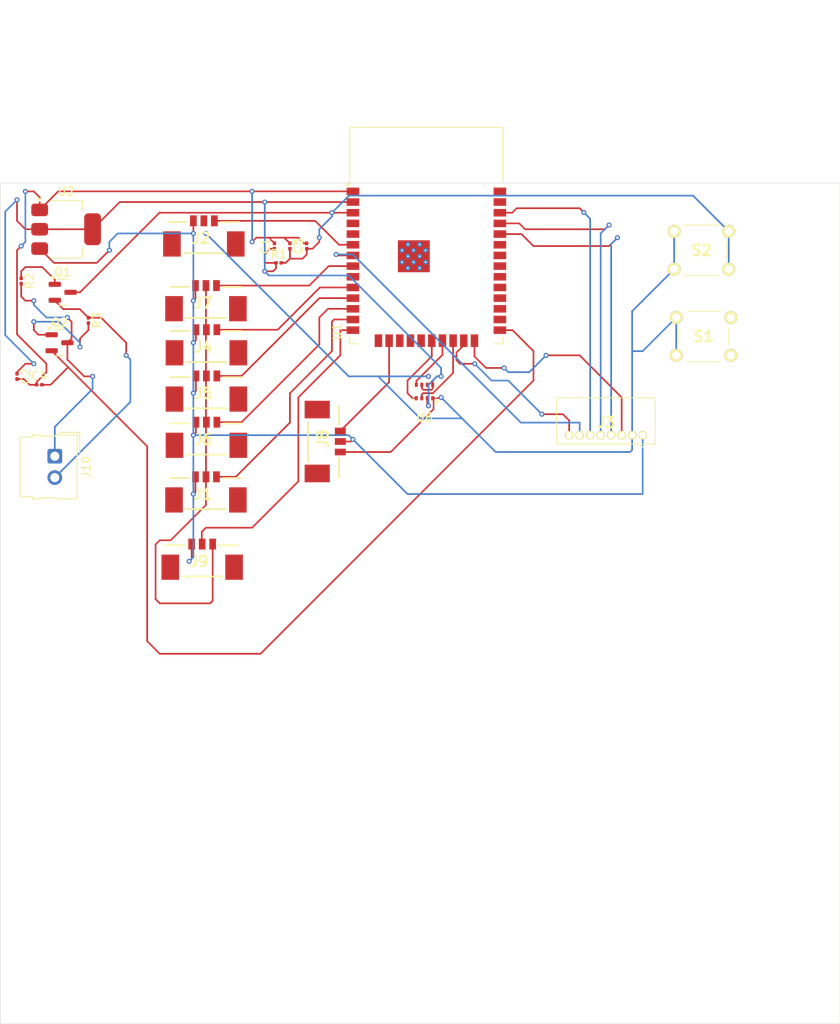
<source format=kicad_pcb>
(kicad_pcb (version 20240108) (generator "pcbnew") (generator_version "8.0")
  (layers (0 "F.Cu" signal) (31 "B.Cu" signal) (34 "B.Paste" user) (35 "F.Paste" user) (36 "B.SilkS" user "B.Silkscreen") (37 "F.SilkS" user "F.Silkscreen") (38 "B.Mask" user) (39 "F.Mask" user) (44 "Edge.Cuts" user))
  (net 0 "")
  (net 1 "GND")
  (net 6 "VCC")
  (net 12 "/EN")
  (net 18 "/DHT22")
  (net 19 "/PMS_TXD")
  (net 20 "/SEN0219")
  (net 21 "/PMS_SET")
  (net 22 "/PMS_RXD")
  (net 24 "/BMP_SDO")
  (net 25 "/PMS_PWM")
  (net 26 "/BMP_SDI")
  (net 27 "/BMP_SCK")
  (net 28 "/PMS_RESET")
  (net 29 "/PMS_SELECT")
  (net 30 "/Hall 1")
  (net 31 "/Hall 5")
  (net 32 "/Hall 4")
  (net 33 "/Hall 6")
  (net 34 "/Hall 3")
  (net 35 "/Hall 2")
  (net 36 "/3V3")
  (net 37 "/IO0")
  (net 38 "Net-(J10-Pin_1)")
  (net 39 "Net-(J10-Pin_2)")
  (net 40 "Net-(Q1-B)")
  (net 41 "Net-(Q2-B)")
  (footprint "1bmoje:53398-0371" (layer "F.Cu") (at 133.05 74.1)
    (property "Reference" "J4" (at -0.34591 1.92626 0) (layer "F.SilkS") (effects (font (size 1.27 1.27) (thickness 0.254))))
    (property "Value" "53398-0371" (hide yes))
    (pad "1" smd rect (at -1.25 -0.15) (size 0.8 1.3) (layers "F.Cu" "F.Paste" "F.Mask") (net 6 "VCC"))
    (pad "2" smd rect (at 0 -0.15) (size 0.8 1.3) (layers "F.Cu" "F.Paste" "F.Mask") (net 1 "GND"))
    (pad "3" smd rect (at 1.25 -0.15) (size 0.8 1.3) (layers "F.Cu" "F.Paste" "F.Mask") (net 30 "/Hall 1"))
    (pad "4" smd rect (at -3.8 2.6) (size 2.1 3) (layers "F.Cu" "F.Paste" "F.Mask"))
    (pad "5" smd rect (at 3.8 2.6) (size 2.1 3) (layers "F.Cu" "F.Paste" "F.Mask"))
  )
  (footprint "1bmoje:53398-0371" (layer "F.Cu") (at 133 91.6)
    (property "Reference" "J1" (at -0.34591 1.92626 0) (layer "F.SilkS") (effects (font (size 1.27 1.27) (thickness 0.254))))
    (property "Value" "53398-0371" (hide yes))
    (pad "1" smd rect (at -1.25 -0.15) (size 0.8 1.3) (layers "F.Cu" "F.Paste" "F.Mask") (net 6 "VCC"))
    (pad "2" smd rect (at 0 -0.15) (size 0.8 1.3) (layers "F.Cu" "F.Paste" "F.Mask") (net 1 "GND"))
    (pad "3" smd rect (at 1.25 -0.15) (size 0.8 1.3) (layers "F.Cu" "F.Paste" "F.Mask") (net 33 "/Hall 6"))
    (pad "4" smd rect (at -3.8 2.6) (size 2.1 3) (layers "F.Cu" "F.Paste" "F.Mask"))
    (pad "5" smd rect (at 3.8 2.6) (size 2.1 3) (layers "F.Cu" "F.Paste" "F.Mask"))
  )
  (footprint "Capacitor_SMD:C_0201_0603Metric" (layer "F.Cu") (at 113.155 80.5)
    (property "Reference" "C4" (at 0 -1.05 0) (layer "F.SilkS"))
    (property "Value" "0.1uF")
    (pad "1" smd roundrect (at -0.32 0) (size 0.46 0.4) (layers "F.Cu" "F.Mask") (net 1 "GND"))
    (pad "2" smd roundrect (at 0.32 0) (size 0.46 0.4) (layers "F.Cu" "F.Mask") (net 37 "/IO0"))
  )
  (footprint "1bmoje:53398-0371" (layer "F.Cu") (at 133.05 85.1)
    (property "Reference" "J6" (at -0.34591 1.92626 0) (layer "F.SilkS") (effects (font (size 1.27 1.27) (thickness 0.254))))
    (property "Value" "53398-0371" (hide yes))
    (pad "1" smd rect (at -1.25 -0.15) (size 0.8 1.3) (layers "F.Cu" "F.Paste" "F.Mask") (net 6 "VCC"))
    (pad "2" smd rect (at 0 -0.15) (size 0.8 1.3) (layers "F.Cu" "F.Paste" "F.Mask") (net 1 "GND"))
    (pad "3" smd rect (at 1.25 -0.15) (size 0.8 1.3) (layers "F.Cu" "F.Paste" "F.Mask") (net 34 "/Hall 3"))
    (pad "4" smd rect (at -3.8 2.6) (size 2.1 3) (layers "F.Cu" "F.Paste" "F.Mask"))
    (pad "5" smd rect (at 3.8 2.6) (size 2.1 3) (layers "F.Cu" "F.Paste" "F.Mask"))
  )
  (footprint "Capacitor_SMD:C_0201_0603Metric" (layer "F.Cu") (at 145 64 90)
    (property "Reference" "C3" (at 0 -1.05 90) (layer "F.SilkS"))
    (property "Value" "0.1uF")
    (pad "1" smd roundrect (at -0.32 0 90) (size 0.46 0.4) (layers "F.Cu" "F.Mask") (net 12 "/EN"))
    (pad "2" smd roundrect (at 0.32 0 90) (size 0.46 0.4) (layers "F.Cu" "F.Mask") (net 1 "GND"))
  )
  (footprint "Package_TO_SOT_SMD:SOT-23" (layer "F.Cu") (at 115.9375 69.5)
    (property "Reference" "Q1" (at 0 -2.4 0) (layer "F.SilkS"))
    (property "Value" "SS8050")
    (pad "1" smd roundrect (at -0.9375 -0.95) (size 1.475 0.6) (layers "F.Cu" "F.Paste" "F.Mask") (net 40 "Net-(Q1-B)"))
    (pad "2" smd roundrect (at -0.9375 0.95) (size 1.475 0.6) (layers "F.Cu" "F.Paste" "F.Mask") (net 39 "Net-(J10-Pin_2)"))
    (pad "3" smd roundrect (at 0.9375 0) (size 1.475 0.6) (layers "F.Cu" "F.Paste" "F.Mask") (net 12 "/EN"))
  )
  (footprint "Package_LGA:Bosch_LGA-8_2x2.5mm_P0.65mm_ClockwisePinNumbering" (layer "F.Cu") (at 159.025 81.3 180)
    (property "Reference" "U6" (at 0 -3.1 0) (layer "F.SilkS"))
    (property "Value" "BMP280")
    (pad "1" smd rect (at -0.975 -0.8 270) (size 0.5 0.35) (layers "F.Cu" "F.Paste" "F.Mask") (net 1 "GND"))
    (pad "2" smd rect (at -0.325 -0.8 270) (size 0.5 0.35) (layers "F.Cu" "F.Paste" "F.Mask") (net 36 "/3V3"))
    (pad "3" smd rect (at 0.325 -0.8 270) (size 0.5 0.35) (layers "F.Cu" "F.Paste" "F.Mask") (net 26 "/BMP_SDI"))
    (pad "4" smd rect (at 0.975 -0.8 270) (size 0.5 0.35) (layers "F.Cu" "F.Paste" "F.Mask") (net 27 "/BMP_SCK"))
    (pad "5" smd rect (at 0.975 0.8 270) (size 0.5 0.35) (layers "F.Cu" "F.Paste" "F.Mask") (net 24 "/BMP_SDO"))
    (pad "6" smd rect (at 0.325 0.8 270) (size 0.5 0.35) (layers "F.Cu" "F.Paste" "F.Mask") (net 36 "/3V3"))
    (pad "7" smd rect (at -0.325 0.8 270) (size 0.5 0.35) (layers "F.Cu" "F.Paste" "F.Mask") (net 1 "GND"))
    (pad "8" smd rect (at -0.975 0.8 270) (size 0.5 0.35) (layers "F.Cu" "F.Paste" "F.Mask") (net 36 "/3V3"))
  )
  (footprint "Resistor_SMD:R_0201_0603Metric" (layer "F.Cu") (at 111 68.155 90)
    (property "Reference" "R2" (at 0 1 90) (layer "F.SilkS"))
    (property "Value" "10K")
    (pad "1" smd roundrect (at -0.32 0 90) (size 0.46 0.4) (layers "F.Cu" "F.Mask") (net 38 "Net-(J10-Pin_1)"))
    (pad "2" smd roundrect (at 0.32 0 90) (size 0.46 0.4) (layers "F.Cu" "F.Mask") (net 40 "Net-(Q1-B)"))
  )
  (footprint "Capacitor_SMD:C_0201_0603Metric" (layer "F.Cu") (at 143 64 -90)
    (property "Reference" "C5" (at 0 -1.05 90) (layer "F.SilkS"))
    (property "Value" "0.1uF")
    (pad "1" smd roundrect (at -0.32 0 270) (size 0.46 0.4) (layers "F.Cu" "F.Mask") (net 1 "GND"))
    (pad "2" smd roundrect (at 0.32 0 270) (size 0.46 0.4) (layers "F.Cu" "F.Mask") (net 12 "/EN"))
  )
  (footprint "1bmoje:530480810" (layer "F.Cu") (at 185 86.5)
    (property "Reference" "J3" (at -4.375 -1.5 0) (layer "F.SilkS") (effects (font (size 1.27 1.27) (thickness 0.254))))
    (property "Value" "53048-0810" (hide yes))
    (pad "1" thru_hole circle (at 0 0 90) (size 1 1) (drill 0.69) (layers "*.Cu" "*.Mask" "F.SilkS") (net 6 "VCC"))
    (pad "2" thru_hole circle (at -1.25 0 90) (size 1 1) (drill 0.69) (layers "*.Cu" "*.Mask" "F.SilkS") (net 1 "GND"))
    (pad "3" thru_hole circle (at -2.5 0 90) (size 1 1) (drill 0.69) (layers "*.Cu" "*.Mask" "F.SilkS") (net 21 "/PMS_SET"))
    (pad "4" thru_hole circle (at -3.75 0 90) (size 1 1) (drill 0.69) (layers "*.Cu" "*.Mask" "F.SilkS") (net 22 "/PMS_RXD"))
    (pad "5" thru_hole circle (at -5 0 90) (size 1 1) (drill 0.69) (layers "*.Cu" "*.Mask" "F.SilkS") (net 19 "/PMS_TXD"))
    (pad "6" thru_hole circle (at -6.25 0 90) (size 1 1) (drill 0.69) (layers "*.Cu" "*.Mask" "F.SilkS") (net 28 "/PMS_RESET"))
    (pad "7" thru_hole circle (at -7.5 0 90) (size 1 1) (drill 0.69) (layers "*.Cu" "*.Mask" "F.SilkS") (net 25 "/PMS_PWM"))
    (pad "8" thru_hole circle (at -8.75 0 90) (size 1 1) (drill 0.69) (layers "*.Cu" "*.Mask" "F.SilkS") (net 29 "/PMS_SELECT"))
  )
  (footprint "1bmoje:53398-0371" (layer "F.Cu") (at 133 68.85)
    (property "Reference" "J7" (at -0.34591 1.92626 0) (layer "F.SilkS") (effects (font (size 1.27 1.27) (thickness 0.254))))
    (property "Value" "53398-0371" (hide yes))
    (pad "1" smd rect (at -1.25 -0.15) (size 0.8 1.3) (layers "F.Cu" "F.Paste" "F.Mask") (net 6 "VCC"))
    (pad "2" smd rect (at 0 -0.15) (size 0.8 1.3) (layers "F.Cu" "F.Paste" "F.Mask") (net 1 "GND"))
    (pad "3" smd rect (at 1.25 -0.15) (size 0.8 1.3) (layers "F.Cu" "F.Paste" "F.Mask") (net 32 "/Hall 4"))
    (pad "4" smd rect (at -3.8 2.6) (size 2.1 3) (layers "F.Cu" "F.Paste" "F.Mask"))
    (pad "5" smd rect (at 3.8 2.6) (size 2.1 3) (layers "F.Cu" "F.Paste" "F.Mask"))
  )
  (footprint "1bmoje:18259106" (layer "F.Cu") (at 189 72.5)
    (property "Reference" "S1" (at 3.25 2.25 0) (layer "F.SilkS") (effects (font (size 1.27 1.27) (thickness 0.254))))
    (property "Value" "BOOT" (hide yes))
    (pad "1" thru_hole circle (at 0 0 90) (size 1.54 1.54) (drill 0.99) (layers "*.Cu" "*.Mask" "F.SilkS") (net 1 "GND"))
    (pad "2" thru_hole circle (at 6.5 0 90) (size 1.54 1.54) (drill 0.99) (layers "*.Cu" "*.Mask" "F.SilkS") (net 37 "/IO0"))
    (pad "3" thru_hole circle (at 0 4.5 90) (size 1.54 1.54) (drill 0.99) (layers "*.Cu" "*.Mask" "F.SilkS") (net 1 "GND"))
    (pad "4" thru_hole circle (at 6.5 4.5 90) (size 1.54 1.54) (drill 0.99) (layers "*.Cu" "*.Mask" "F.SilkS") (net 37 "/IO0"))
  )
  (footprint "Package_TO_SOT_SMD:SOT-23" (layer "F.Cu") (at 115.5625 75.5)
    (property "Reference" "Q2" (at 0 -2.4 0) (layer "F.SilkS"))
    (property "Value" "SS8050")
    (pad "1" smd roundrect (at -0.9375 -0.95) (size 1.475 0.6) (layers "F.Cu" "F.Paste" "F.Mask") (net 41 "Net-(Q2-B)"))
    (pad "2" smd roundrect (at -0.9375 0.95) (size 1.475 0.6) (layers "F.Cu" "F.Paste" "F.Mask") (net 37 "/IO0"))
    (pad "3" smd roundrect (at 0.9375 0) (size 1.475 0.6) (layers "F.Cu" "F.Paste" "F.Mask") (net 38 "Net-(J10-Pin_1)"))
  )
  (footprint "1bmoje:18259106" (layer "F.Cu") (at 188.75 62.25)
    (property "Reference" "S2" (at 3.25 2.25 0) (layer "F.SilkS") (effects (font (size 1.27 1.27) (thickness 0.254))))
    (property "Value" "ENABLE" (hide yes))
    (pad "1" thru_hole circle (at 0 0 90) (size 1.54 1.54) (drill 0.99) (layers "*.Cu" "*.Mask" "F.SilkS") (net 1 "GND"))
    (pad "2" thru_hole circle (at 6.5 0 90) (size 1.54 1.54) (drill 0.99) (layers "*.Cu" "*.Mask" "F.SilkS") (net 12 "/EN"))
    (pad "3" thru_hole circle (at 0 4.5 90) (size 1.54 1.54) (drill 0.99) (layers "*.Cu" "*.Mask" "F.SilkS") (net 1 "GND"))
    (pad "4" thru_hole circle (at 6.5 4.5 90) (size 1.54 1.54) (drill 0.99) (layers "*.Cu" "*.Mask" "F.SilkS") (net 12 "/EN"))
  )
  (footprint "Resistor_SMD:R_0201_0603Metric" (layer "F.Cu") (at 119 72.845 -90)
    (property "Reference" "R3" (at 0 -1.05 90) (layer "F.SilkS"))
    (property "Value" "10K")
    (pad "1" smd roundrect (at -0.32 0 270) (size 0.46 0.4) (layers "F.Cu" "F.Mask") (net 39 "Net-(J10-Pin_2)"))
    (pad "2" smd roundrect (at 0.32 0 270) (size 0.46 0.4) (layers "F.Cu" "F.Mask") (net 41 "Net-(Q2-B)"))
  )
  (footprint "Package_TO_SOT_SMD:SOT-223-3_TabPin2" (layer "F.Cu") (at 116.35 62)
    (property "Reference" "U2" (at 0 -4.5 0) (layer "F.SilkS"))
    (property "Value" "AMS1117")
    (pad "1" smd roundrect (at -3.15 -2.3) (size 2 1.5) (layers "F.Cu" "F.Paste" "F.Mask") (net 1 "GND"))
    (pad "2" smd roundrect (at -3.15 0) (size 2 1.5) (layers "F.Cu" "F.Paste" "F.Mask") (net 36 "/3V3"))
    (pad "2" smd roundrect (at 3.15 0) (size 2 3.8) (layers "F.Cu" "F.Paste" "F.Mask") (net 36 "/3V3"))
    (pad "3" smd roundrect (at -3.15 2.3) (size 2 1.5) (layers "F.Cu" "F.Paste" "F.Mask") (net 6 "VCC"))
  )
  (footprint "1bmoje:53398-0371" (layer "F.Cu") (at 148.85 87.25 -90)
    (property "Reference" "J8" (at -0.34591 1.92626 90) (layer "F.SilkS") (effects (font (size 1.27 1.27) (thickness 0.254))))
    (property "Value" "53398-0371" (hide yes))
    (pad "1" smd rect (at -1.25 -0.15 270) (size 0.8 1.3) (layers "F.Cu" "F.Paste" "F.Mask") (net 20 "/SEN0219"))
    (pad "2" smd rect (at 0 -0.15 270) (size 0.8 1.3) (layers "F.Cu" "F.Paste" "F.Mask") (net 6 "VCC"))
    (pad "3" smd rect (at 1.25 -0.15 270) (size 0.8 1.3) (layers "F.Cu" "F.Paste" "F.Mask") (net 1 "GND"))
    (pad "4" smd rect (at -3.8 2.6 270) (size 2.1 3) (layers "F.Cu" "F.Paste" "F.Mask"))
    (pad "5" smd rect (at 3.8 2.6 270) (size 2.1 3) (layers "F.Cu" "F.Paste" "F.Mask"))
  )
  (footprint "Capacitor_SMD:C_0201_0603Metric" (layer "F.Cu") (at 110.5 79.5 -90)
    (property "Reference" "C2" (at 0 -1.05 90) (layer "F.SilkS"))
    (property "Value" "0.1uF")
    (pad "1" smd roundrect (at -0.32 0 270) (size 0.46 0.4) (layers "F.Cu" "F.Mask") (net 36 "/3V3"))
    (pad "2" smd roundrect (at 0.32 0 270) (size 0.46 0.4) (layers "F.Cu" "F.Mask") (net 1 "GND"))
  )
  (footprint "1bmoje:53398-0371" (layer "F.Cu") (at 132.75 61.15)
    (property "Reference" "J2" (at -0.34591 1.92626 0) (layer "F.SilkS") (effects (font (size 1.27 1.27) (thickness 0.254))))
    (property "Value" "53398-0371" (hide yes))
    (pad "1" smd rect (at -1.25 -0.15) (size 0.8 1.3) (layers "F.Cu" "F.Paste" "F.Mask") (net 6 "VCC"))
    (pad "2" smd rect (at 0 -0.15) (size 0.8 1.3) (layers "F.Cu" "F.Paste" "F.Mask") (net 1 "GND"))
    (pad "3" smd rect (at 1.25 -0.15) (size 0.8 1.3) (layers "F.Cu" "F.Paste" "F.Mask") (net 31 "/Hall 5"))
    (pad "4" smd rect (at -3.8 2.6) (size 2.1 3) (layers "F.Cu" "F.Paste" "F.Mask"))
    (pad "5" smd rect (at 3.8 2.6) (size 2.1 3) (layers "F.Cu" "F.Paste" "F.Mask"))
  )
  (footprint "Connector_Molex:Molex_SL_171971-0002_1x02_P2.54mm_Vertical" (layer "F.Cu") (at 115 89 -90)
    (property "Reference" "J10" (at 1.27 -3.75 90) (layer "F.SilkS"))
    (property "Value" "Conn_01x02_Pin")
    (pad "1" thru_hole roundrect (at 0 0 270) (size 1.74 1.74) (drill 1.09) (layers "*.Cu" "*.Mask") (roundrect_rratio 0.143678) (net 38 "Net-(J10-Pin_1)"))
    (pad "2" thru_hole circle (at 2.54 0 270) (size 1.74 1.74) (drill 1.09) (layers "*.Cu" "*.Mask") (net 39 "Net-(J10-Pin_2)"))
  )
  (footprint "Capacitor_SMD:C_0201_0603Metric" (layer "F.Cu") (at 141.155 64 90)
    (property "Reference" "C1" (at 0 -1.05 90) (layer "F.SilkS"))
    (property "Value" "22uF")
    (pad "1" smd roundrect (at -0.32 0 90) (size 0.46 0.4) (layers "F.Cu" "F.Mask") (net 36 "/3V3"))
    (pad "2" smd roundrect (at 0.32 0 90) (size 0.46 0.4) (layers "F.Cu" "F.Mask") (net 1 "GND"))
  )
  (footprint "1bmoje:53398-0371" (layer "F.Cu") (at 133.05 79.6)
    (property "Reference" "J5" (at -0.34591 1.92626 0) (layer "F.SilkS") (effects (font (size 1.27 1.27) (thickness 0.254))))
    (property "Value" "53398-0371" (hide yes))
    (pad "1" smd rect (at -1.25 -0.15) (size 0.8 1.3) (layers "F.Cu" "F.Paste" "F.Mask") (net 6 "VCC"))
    (pad "2" smd rect (at 0 -0.15) (size 0.8 1.3) (layers "F.Cu" "F.Paste" "F.Mask") (net 1 "GND"))
    (pad "3" smd rect (at 1.25 -0.15) (size 0.8 1.3) (layers "F.Cu" "F.Paste" "F.Mask") (net 35 "/Hall 2"))
    (pad "4" smd rect (at -3.8 2.6) (size 2.1 3) (layers "F.Cu" "F.Paste" "F.Mask"))
    (pad "5" smd rect (at 3.8 2.6) (size 2.1 3) (layers "F.Cu" "F.Paste" "F.Mask"))
  )
  (footprint "1bmoje:53398-0371" (layer "F.Cu") (at 132.55 99.6)
    (property "Reference" "J9" (at -0.34591 1.92626 0) (layer "F.SilkS") (effects (font (size 1.27 1.27) (thickness 0.254))))
    (property "Value" "53398-0371" (hide yes))
    (pad "1" smd rect (at -1.25 -0.15) (size 0.8 1.3) (layers "F.Cu" "F.Paste" "F.Mask") (net 6 "VCC"))
    (pad "2" smd rect (at 0 -0.15) (size 0.8 1.3) (layers "F.Cu" "F.Paste" "F.Mask") (net 18 "/DHT22"))
    (pad "3" smd rect (at 1.25 -0.15) (size 0.8 1.3) (layers "F.Cu" "F.Paste" "F.Mask") (net 1 "GND"))
    (pad "4" smd rect (at -3.8 2.6) (size 2.1 3) (layers "F.Cu" "F.Paste" "F.Mask"))
    (pad "5" smd rect (at 3.8 2.6) (size 2.1 3) (layers "F.Cu" "F.Paste" "F.Mask"))
  )
  (footprint "Resistor_SMD:R_0201_0603Metric" (layer "F.Cu") (at 141.655 66)
    (property "Reference" "R1" (at 0 -1.05 0) (layer "F.SilkS"))
    (property "Value" "10K")
    (pad "1" smd roundrect (at -0.32 0) (size 0.46 0.4) (layers "F.Cu" "F.Mask") (net 36 "/3V3"))
    (pad "2" smd roundrect (at 0.32 0) (size 0.46 0.4) (layers "F.Cu" "F.Mask") (net 12 "/EN"))
  )
  (footprint "RF_Module:ESP32-WROOM-32D" (layer "F.Cu") (at 159.25 65.745)
    (property "Reference" "U1" (at -10.61 8.43 90) (layer "F.SilkS"))
    (property "Value" "ESP32-WROOM-32D")
    (pad "1" smd rect (at -8.75 -8.25) (size 1.5 0.9) (layers "F.Cu" "F.Paste" "F.Mask") (net 1 "GND"))
    (pad "2" smd rect (at -8.75 -6.98) (size 1.5 0.9) (layers "F.Cu" "F.Paste" "F.Mask") (net 36 "/3V3"))
    (pad "3" smd rect (at -8.75 -5.71) (size 1.5 0.9) (layers "F.Cu" "F.Paste" "F.Mask") (net 12 "/EN"))
    (pad "4" smd rect (at -8.75 -4.44) (size 1.5 0.9) (layers "F.Cu" "F.Paste" "F.Mask"))
    (pad "5" smd rect (at -8.75 -3.17) (size 1.5 0.9) (layers "F.Cu" "F.Paste" "F.Mask"))
    (pad "6" smd rect (at -8.75 -1.9) (size 1.5 0.9) (layers "F.Cu" "F.Paste" "F.Mask") (net 31 "/Hall 5"))
    (pad "7" smd rect (at -8.75 -0.63) (size 1.5 0.9) (layers "F.Cu" "F.Paste" "F.Mask") (net 25 "/PMS_PWM"))
    (pad "8" smd rect (at -8.75 0.64) (size 1.5 0.9) (layers "F.Cu" "F.Paste" "F.Mask") (net 32 "/Hall 4"))
    (pad "9" smd rect (at -8.75 1.91) (size 1.5 0.9) (layers "F.Cu" "F.Paste" "F.Mask"))
    (pad "10" smd rect (at -8.75 3.18) (size 1.5 0.9) (layers "F.Cu" "F.Paste" "F.Mask") (net 30 "/Hall 1"))
    (pad "11" smd rect (at -8.75 4.45) (size 1.5 0.9) (layers "F.Cu" "F.Paste" "F.Mask") (net 35 "/Hall 2"))
    (pad "12" smd rect (at -8.75 5.72) (size 1.5 0.9) (layers "F.Cu" "F.Paste" "F.Mask") (net 34 "/Hall 3"))
    (pad "13" smd rect (at -8.75 6.99) (size 1.5 0.9) (layers "F.Cu" "F.Paste" "F.Mask") (net 33 "/Hall 6"))
    (pad "14" smd rect (at -8.75 8.26) (size 1.5 0.9) (layers "F.Cu" "F.Paste" "F.Mask") (net 18 "/DHT22"))
    (pad "15" smd rect (at -5.71 9.51 90) (size 1.5 0.9) (layers "F.Cu" "F.Paste" "F.Mask") (net 1 "GND"))
    (pad "16" smd rect (at -4.44 9.51 90) (size 1.5 0.9) (layers "F.Cu" "F.Paste" "F.Mask") (net 20 "/SEN0219"))
    (pad "17" smd rect (at -3.17 9.51 90) (size 1.5 0.9) (layers "F.Cu" "F.Paste" "F.Mask"))
    (pad "18" smd rect (at -1.9 9.51 90) (size 1.5 0.9) (layers "F.Cu" "F.Paste" "F.Mask"))
    (pad "19" smd rect (at -0.63 9.51 90) (size 1.5 0.9) (layers "F.Cu" "F.Paste" "F.Mask"))
    (pad "20" smd rect (at 0.64 9.51 90) (size 1.5 0.9) (layers "F.Cu" "F.Paste" "F.Mask") (net 27 "/BMP_SCK"))
    (pad "21" smd rect (at 1.91 9.51 90) (size 1.5 0.9) (layers "F.Cu" "F.Paste" "F.Mask") (net 24 "/BMP_SDO"))
    (pad "22" smd rect (at 3.18 9.51 90) (size 1.5 0.9) (layers "F.Cu" "F.Paste" "F.Mask") (net 26 "/BMP_SDI"))
    (pad "23" smd rect (at 4.45 9.51 90) (size 1.5 0.9) (layers "F.Cu" "F.Paste" "F.Mask") (net 29 "/PMS_SELECT"))
    (pad "24" smd rect (at 5.72 9.51 90) (size 1.5 0.9) (layers "F.Cu" "F.Paste" "F.Mask") (net 21 "/PMS_SET"))
    (pad "25" smd rect (at 8.75 8.26) (size 1.5 0.9) (layers "F.Cu" "F.Paste" "F.Mask") (net 37 "/IO0"))
    (pad "26" smd rect (at 8.75 6.99) (size 1.5 0.9) (layers "F.Cu" "F.Paste" "F.Mask"))
    (pad "27" smd rect (at 8.75 5.72) (size 1.5 0.9) (layers "F.Cu" "F.Paste" "F.Mask"))
    (pad "28" smd rect (at 8.75 4.45) (size 1.5 0.9) (layers "F.Cu" "F.Paste" "F.Mask"))
    (pad "29" smd rect (at 8.75 3.18) (size 1.5 0.9) (layers "F.Cu" "F.Paste" "F.Mask"))
    (pad "30" smd rect (at 8.75 1.91) (size 1.5 0.9) (layers "F.Cu" "F.Paste" "F.Mask"))
    (pad "31" smd rect (at 8.75 0.64) (size 1.5 0.9) (layers "F.Cu" "F.Paste" "F.Mask"))
    (pad "32" smd rect (at 8.75 -0.63) (size 1.5 0.9) (layers "F.Cu" "F.Paste" "F.Mask"))
    (pad "33" smd rect (at 8.75 -1.9) (size 1.5 0.9) (layers "F.Cu" "F.Paste" "F.Mask"))
    (pad "34" smd rect (at 8.75 -3.17) (size 1.5 0.9) (layers "F.Cu" "F.Paste" "F.Mask") (net 22 "/PMS_RXD"))
    (pad "35" smd rect (at 8.75 -4.44) (size 1.5 0.9) (layers "F.Cu" "F.Paste" "F.Mask") (net 19 "/PMS_TXD"))
    (pad "36" smd rect (at 8.75 -5.71) (size 1.5 0.9) (layers "F.Cu" "F.Paste" "F.Mask") (net 28 "/PMS_RESET"))
    (pad "37" smd rect (at 8.75 -6.98) (size 1.5 0.9) (layers "F.Cu" "F.Paste" "F.Mask"))
    (pad "38" smd rect (at 8.75 -8.25) (size 1.5 0.9) (layers "F.Cu" "F.Paste" "F.Mask") (net 1 "GND"))
    (pad "39" smd rect (at -2.9 -1.93) (size 0.9 0.9) (layers "F.Cu" "F.Paste") (net 1 "GND"))
    (pad "39" thru_hole circle (at -2.9 -1.23) (size 0.6 0.6) (drill 0.2) (property pad_prop_heatsink) (layers "*.Cu" "F.Mask") (net 1 "GND"))
    (pad "39" smd rect (at -2.9 -0.53) (size 0.9 0.9) (layers "F.Cu" "F.Paste") (net 1 "GND"))
    (pad "39" thru_hole circle (at -2.9 0.17) (size 0.6 0.6) (drill 0.2) (property pad_prop_heatsink) (layers "*.Cu" "F.Mask") (net 1 "GND"))
    (pad "39" smd rect (at -2.9 0.87) (size 0.9 0.9) (layers "F.Cu" "F.Paste") (net 1 "GND"))
    (pad "39" thru_hole circle (at -2.2 -1.93) (size 0.6 0.6) (drill 0.2) (property pad_prop_heatsink) (layers "*.Cu" "F.Mask") (net 1 "GND"))
    (pad "39" thru_hole circle (at -2.2 -0.53) (size 0.6 0.6) (drill 0.2) (property pad_prop_heatsink) (layers "*.Cu" "F.Mask") (net 1 "GND"))
    (pad "39" thru_hole circle (at -2.2 0.87) (size 0.6 0.6) (drill 0.2) (property pad_prop_heatsink) (layers "*.Cu" "F.Mask") (net 1 "GND"))
    (pad "39" thru_hole circle (at -1.525 -1.23) (size 0.6 0.6) (drill 0.2) (property pad_prop_heatsink) (layers "*.Cu" "F.Mask") (net 1 "GND"))
    (pad "39" thru_hole circle (at -1.525 0.17) (size 0.6 0.6) (drill 0.2) (property pad_prop_heatsink) (layers "*.Cu" "F.Mask") (net 1 "GND"))
    (pad "39" smd rect (at -1.5 -1.93) (size 0.9 0.9) (layers "F.Cu" "F.Paste") (net 1 "GND"))
    (pad "39" smd rect (at -1.5 -0.53) (size 0.9 0.9) (layers "F.Cu" "F.Paste") (net 1 "GND"))
    (pad "39" smd rect (at -1.5 -0.53) (size 3.8 3.8) (layers "F.Cu" "F.Mask") (net 1 "GND"))
    (pad "39" smd rect (at -1.5 0.87) (size 0.9 0.9) (layers "F.Cu" "F.Paste") (net 1 "GND"))
    (pad "39" thru_hole circle (at -0.8 -1.93) (size 0.6 0.6) (drill 0.2) (property pad_prop_heatsink) (layers "*.Cu" "F.Mask") (net 1 "GND"))
    (pad "39" thru_hole circle (at -0.8 -0.53) (size 0.6 0.6) (drill 0.2) (property pad_prop_heatsink) (layers "*.Cu" "F.Mask") (net 1 "GND"))
    (pad "39" thru_hole circle (at -0.8 0.87) (size 0.6 0.6) (drill 0.2) (property pad_prop_heatsink) (layers "*.Cu" "F.Mask") (net 1 "GND"))
    (pad "39" smd rect (at -0.1 -1.93) (size 0.9 0.9) (layers "F.Cu" "F.Paste") (net 1 "GND"))
    (pad "39" thru_hole circle (at -0.1 -1.23) (size 0.6 0.6) (drill 0.2) (property pad_prop_heatsink) (layers "*.Cu" "F.Mask") (net 1 "GND"))
    (pad "39" smd rect (at -0.1 -0.53) (size 0.9 0.9) (layers "F.Cu" "F.Paste") (net 1 "GND"))
    (pad "39" thru_hole circle (at -0.1 0.17) (size 0.6 0.6) (drill 0.2) (property pad_prop_heatsink) (layers "*.Cu" "F.Mask") (net 1 "GND"))
    (pad "39" smd rect (at -0.1 0.87) (size 0.9 0.9) (layers "F.Cu" "F.Paste") (net 1 "GND"))
  )
  (gr_rect (start 108.5 56.5) (end 208.5 156.5) (stroke (width 0.05)) (fill none) (layer "Edge.Cuts"))
  (segment (start 139 63) (end 138.5 63.5) (width 0.2) (layer "F.Cu") (net 1))
  (segment (start 114 78) (end 110.5 74.5) (width 0.2) (layer "F.Cu") (net 1))
  (segment (start 145 63.68) (end 144.68 63.68) (width 0.2) (layer "F.Cu") (net 1))
  (segment (start 111.32 79.82) (end 110.5 79.82) (width 0.2) (layer "F.Cu") (net 1))
  (segment (start 140.5 63) (end 139 63) (width 0.2) (layer "F.Cu") (net 1))
  (segment (start 142 63) (end 142.32 63) (width 0.2) (layer "F.Cu") (net 1))
  (segment (start 127.5 99) (end 127 99.5) (width 0.2) (layer "F.Cu") (net 1))
  (segment (start 142.32 63) (end 143 63.68) (width 0.2) (layer "F.Cu") (net 1))
  (segment (start 132.75 68.45) (end 133 68.7) (width 0.2) (layer "F.Cu") (net 1))
  (segment (start 144 63) (end 142 63) (width 0.2) (layer "F.Cu") (net 1))
  (segment (start 112.835 80.5) (end 112 80.5) (width 0.2) (layer "F.Cu") (net 1))
  (segment (start 142 63) (end 140.5 63) (width 0.2) (layer "F.Cu") (net 1))
  (segment (start 128.8 99) (end 127.5 99) (width 0.2) (layer "F.Cu") (net 1))
  (segment (start 112.835 80.165) (end 114 79) (width 0.2) (layer "F.Cu") (net 1))
  (segment (start 112 80.5) (end 111.32 79.82) (width 0.2) (layer "F.Cu") (net 1))
  (segment (start 160 82.1) (end 160.1 82.2) (width 0.2) (layer "F.Cu") (net 1))
  (segment (start 160.9 82.1) (end 161 82) (width 0.2) (layer "F.Cu") (net 1))
  (segment (start 155 88.5) (end 149 88.5) (width 0.2) (layer "F.Cu") (net 1))
  (segment (start 114 79) (end 114 78) (width 0.2) (layer "F.Cu") (net 1))
  (segment (start 144.68 63.68) (end 144 63) (width 0.2) (layer "F.Cu") (net 1))
  (segment (start 140.5 63) (end 140.5 63.025) (width 0.2) (layer "F.Cu") (net 1))
  (segment (start 110.5 74.5) (end 110.5 66.5) (width 0.2) (layer "F.Cu") (net 1))
  (segment (start 115.405 57.495) (end 138.5 57.495) (width 0.2) (layer "F.Cu") (net 1))
  (segment (start 110.5 66.5) (end 110.5 64.5) (width 0.2) (layer "F.Cu") (net 1))
  (segment (start 113.2 59.7) (end 113.2 58.2) (width 0.2) (layer "F.Cu") (net 1))
  (segment (start 133 68.7) (end 133 94.8) (width 0.2) (layer "F.Cu") (net 1))
  (segment (start 112.835 80.5) (end 112.835 80.165) (width 0.2) (layer "F.Cu") (net 1))
  (segment (start 160.1 83.4) (end 155 88.5) (width 0.2) (layer "F.Cu") (net 1))
  (segment (start 133.8 106.2) (end 133.8 99.45) (width 0.2) (layer "F.Cu") (net 1))
  (segment (start 140.5 63.025) (end 141.155 63.68) (width 0.2) (layer "F.Cu") (net 1))
  (segment (start 133.5 106.5) (end 133.8 106.2) (width 0.2) (layer "F.Cu") (net 1))
  (segment (start 127.5 106.5) (end 133.5 106.5) (width 0.2) (layer "F.Cu") (net 1))
  (segment (start 160 82.1) (end 160.9 82.1) (width 0.2) (layer "F.Cu") (net 1))
  (segment (start 110.5 64.5) (end 111 64) (width 0.2) (layer "F.Cu") (net 1))
  (segment (start 127 106) (end 127.5 106.5) (width 0.2) (layer "F.Cu") (net 1))
  (segment (start 112.5 57.5) (end 111.5 57.5) (width 0.2) (layer "F.Cu") (net 1))
  (segment (start 138.5 57.495) (end 150.5 57.495) (width 0.2) (layer "F.Cu") (net 1))
  (segment (start 133 94.8) (end 128.8 99) (width 0.2) (layer "F.Cu") (net 1))
  (segment (start 113.2 58.2) (end 112.5 57.5) (width 0.2) (layer "F.Cu") (net 1))
  (segment (start 113.2 59.7) (end 115.405 57.495) (width 0.2) (layer "F.Cu") (net 1))
  (segment (start 160.1 82.2) (end 160.1 83.4) (width 0.2) (layer "F.Cu") (net 1))
  (segment (start 127 99.5) (end 127 106) (width 0.2) (layer "F.Cu") (net 1))
  (via (at 111.5 57.5) (size 0.6) (drill 0.3) (layers "F.Cu" "B.Cu") (net 1))
  (via (at 138.5 63.5) (size 0.6) (drill 0.3) (layers "F.Cu" "B.Cu") (net 1))
  (via (at 161 82) (size 0.6) (drill 0.3) (layers "F.Cu" "B.Cu") (net 1))
  (via (at 159.5 79.5) (size 0.6) (drill 0.3) (layers "F.Cu" "B.Cu") (net 1))
  (via (at 133 62.5) (size 0.6) (drill 0.3) (layers "F.Cu" "B.Cu") (net 1))
  (via (at 138.5 57.495) (size 0.6) (drill 0.3) (layers "F.Cu" "B.Cu") (net 1))
  (via (at 111 64) (size 0.6) (drill 0.3) (layers "F.Cu" "B.Cu") (net 1))
  (segment (start 185 76.5) (end 183.75 76.5) (width 0.2) (layer "B.Cu") (net 1))
  (segment (start 138.5 57.495) (end 138.5 63.5) (width 0.2) (layer "B.Cu") (net 1))
  (segment (start 158.5 84.5) (end 153.5 79.5) (width 0.2) (layer "B.Cu") (net 1))
  (segment (start 183.75 71.75) (end 188.75 66.75) (width 0.2) (layer "B.Cu") (net 1))
  (segment (start 183.75 86.5) (end 183.75 76.5) (width 0.2) (layer "B.Cu") (net 1))
  (segment (start 153.5 79.5) (end 159.5 79.5) (width 0.2) (layer "B.Cu") (net 1))
  (segment (start 111 64) (end 111.5 63.5) (width 0.2) (layer "B.Cu") (net 1))
  (segment (start 111.5 63.5) (end 111.5 57.5) (width 0.2) (layer "B.Cu") (net 1))
  (segment (start 161.1 81.9) (end 161 82) (width 0.2) (layer "B.Cu") (net 1))
  (segment (start 150 79.5) (end 153.5 79.5) (width 0.2) (layer "B.Cu") (net 1))
  (segment (start 189 72.5) (end 189 77) (width 0.2) (layer "B.Cu") (net 1))
  (segment (start 167.5 88.5) (end 183.5 88.5) (width 0.2) (layer "B.Cu") (net 1))
  (segment (start 133 62.5) (end 150 79.5) (width 0.2) (layer "B.Cu") (net 1))
  (segment (start 189 72.5) (end 185 76.5) (width 0.2) (layer "B.Cu") (net 1))
  (segment (start 188.75 66.75) (end 188.75 62.25) (width 0.2) (layer "B.Cu") (net 1))
  (segment (start 163.75 84.75) (end 163.5 84.5) (width 0.2) (layer "B.Cu") (net 1))
  (segment (start 183.75 88.25) (end 183.75 86.5) (width 0.2) (layer "B.Cu") (net 1))
  (segment (start 163.5 84.5) (end 158.5 84.5) (width 0.2) (layer "B.Cu") (net 1))
  (segment (start 183.5 88.5) (end 183.75 88.25) (width 0.2) (layer "B.Cu") (net 1))
  (segment (start 161.5 82.5) (end 163.75 84.75) (width 0.2) (layer "B.Cu") (net 1))
  (segment (start 163.75 84.75) (end 167.5 88.5) (width 0.2) (layer "B.Cu") (net 1))
  (segment (start 161 82) (end 161.5 82.5) (width 0.2) (layer "B.Cu") (net 1))
  (segment (start 183.75 76.5) (end 183.75 71.75) (width 0.2) (layer "B.Cu") (net 1))
  (segment (start 131.75 68.7) (end 131.75 70.25) (width 0.2) (layer "F.Cu") (net 6))
  (segment (start 131.75 91.45) (end 131.75 93.25) (width 0.2) (layer "F.Cu") (net 6))
  (segment (start 150.25 87.25) (end 150.5 87) (width 0.2) (layer "F.Cu") (net 6))
  (segment (start 131.5 61) (end 131.5 62.5) (width 0.2) (layer "F.Cu") (net 6))
  (segment (start 131.8 84.95) (end 131.8 86.2) (width 0.2) (layer "F.Cu") (net 6))
  (segment (start 115 66) (end 120 66) (width 0.2) (layer "F.Cu") (net 6))
  (segment (start 131.3 101.2) (end 131 101.5) (width 0.2) (layer "F.Cu") (net 6))
  (segment (start 131.8 75.2) (end 131.5 75.5) (width 0.2) (layer "F.Cu") (net 6))
  (segment (start 131.8 79.45) (end 131.8 81.2) (width 0.2) (layer "F.Cu") (net 6))
  (segment (start 131.8 86.2) (end 131.5 86.5) (width 0.2) (layer "F.Cu") (net 6))
  (segment (start 149 87.25) (end 150.25 87.25) (width 0.2) (layer "F.Cu") (net 6))
  (segment (start 114.9 66) (end 115 66) (width 0.2) (layer "F.Cu") (net 6))
  (segment (start 113.2 64.3) (end 114.9 66) (width 0.2) (layer "F.Cu") (net 6))
  (segment (start 120 66) (end 121.5 64.5) (width 0.2) (layer "F.Cu") (net 6))
  (segment (start 131.75 70.25) (end 131.5 70.5) (width 0.2) (layer "F.Cu") (net 6))
  (segment (start 131.3 99.45) (end 131.3 101.2) (width 0.2) (layer "F.Cu") (net 6))
  (segment (start 131.8 81.2) (end 131.5 81.5) (width 0.2) (layer "F.Cu") (net 6))
  (segment (start 131.75 93.25) (end 131.5 93.5) (width 0.2) (layer "F.Cu") (net 6))
  (segment (start 131.8 73.95) (end 131.8 75.2) (width 0.2) (layer "F.Cu") (net 6))
  (via (at 131.5 75.5) (size 0.6) (drill 0.3) (layers "F.Cu" "B.Cu") (net 6))
  (via (at 131.5 81.5) (size 0.6) (drill 0.3) (layers "F.Cu" "B.Cu") (net 6))
  (via (at 131.5 70.5) (size 0.6) (drill 0.3) (layers "F.Cu" "B.Cu") (net 6))
  (via (at 131.5 93.5) (size 0.6) (drill 0.3) (layers "F.Cu" "B.Cu") (net 6))
  (via (at 131.5 86.5) (size 0.6) (drill 0.3) (layers "F.Cu" "B.Cu") (net 6))
  (via (at 131.5 62.5) (size 0.6) (drill 0.3) (layers "F.Cu" "B.Cu") (net 6))
  (via (at 121.5 64.5) (size 0.6) (drill 0.3) (layers "F.Cu" "B.Cu") (net 6))
  (via (at 150.5 87) (size 0.6) (drill 0.3) (layers "F.Cu" "B.Cu") (net 6))
  (via (at 131 101.5) (size 0.6) (drill 0.3) (layers "F.Cu" "B.Cu") (net 6))
  (segment (start 185 93.5) (end 185 86.5) (width 0.2) (layer "B.Cu") (net 6))
  (segment (start 121.5 63.5) (end 122.5 62.5) (width 0.2) (layer "B.Cu") (net 6))
  (segment (start 150 86.5) (end 150.5 87) (width 0.2) (layer "B.Cu") (net 6))
  (segment (start 131.5 101) (end 131 101.5) (width 0.2) (layer "B.Cu") (net 6))
  (segment (start 131.5 86.5) (end 150 86.5) (width 0.2) (layer "B.Cu") (net 6))
  (segment (start 131.5 62.5) (end 131.5 101) (width 0.2) (layer "B.Cu") (net 6))
  (segment (start 122.5 62.5) (end 131.5 62.5) (width 0.2) (layer "B.Cu") (net 6))
  (segment (start 121.5 64.5) (end 121.5 63.5) (width 0.2) (layer "B.Cu") (net 6))
  (segment (start 150.5 87) (end 157 93.5) (width 0.2) (layer "B.Cu") (net 6))
  (segment (start 157 93.5) (end 185 93.5) (width 0.2) (layer "B.Cu") (net 6))
  (segment (start 145.68 64.32) (end 146.5 63.5) (width 0.2) (layer "F.Cu") (net 12))
  (segment (start 127.535 60.035) (end 148 60.035) (width 0.2) (layer "F.Cu") (net 12))
  (segment (start 142.5 66) (end 143 65.5) (width 0.2) (layer "F.Cu") (net 12))
  (segment (start 143 65.5) (end 143 64.32) (width 0.2) (layer "F.Cu") (net 12))
  (segment (start 148 60.035) (end 150.5 60.035) (width 0.2) (layer "F.Cu") (net 12))
  (segment (start 145 64.32) (end 145.68 64.32) (width 0.2) (layer "F.Cu") (net 12))
  (segment (start 127.5 60) (end 127.535 60.035) (width 0.2) (layer "F.Cu") (net 12))
  (segment (start 116.875 69.5) (end 118 69.5) (width 0.2) (layer "F.Cu") (net 12))
  (segment (start 118 69.5) (end 127.5 60) (width 0.2) (layer "F.Cu") (net 12))
  (segment (start 145 65) (end 145 64.32) (width 0.2) (layer "F.Cu") (net 12))
  (segment (start 143 65.5) (end 144.5 65.5) (width 0.2) (layer "F.Cu") (net 12))
  (segment (start 144.5 65.5) (end 145 65) (width 0.2) (layer "F.Cu") (net 12))
  (segment (start 141.975 66) (end 142.5 66) (width 0.2) (layer "F.Cu") (net 12))
  (segment (start 146.5 63.5) (end 146.5 63) (width 0.2) (layer "F.Cu") (net 12))
  (via (at 146.5 63) (size 0.6) (drill 0.3) (layers "F.Cu" "B.Cu") (net 12))
  (via (at 148 60.035) (size 0.6) (drill 0.3) (layers "F.Cu" "B.Cu") (net 12))
  (segment (start 146.5 63) (end 146.5 62) (width 0.2) (layer "B.Cu") (net 12))
  (segment (start 195.25 66.75) (end 195.25 62.25) (width 0.2) (layer "B.Cu") (net 12))
  (segment (start 191 58) (end 150.035 58) (width 0.2) (layer "B.Cu") (net 12))
  (segment (start 148 60.5) (end 148 60.035) (width 0.2) (layer "B.Cu") (net 12))
  (segment (start 150.035 58) (end 148 60.035) (width 0.2) (layer "B.Cu") (net 12))
  (segment (start 195.25 62.25) (end 191 58) (width 0.2) (layer "B.Cu") (net 12))
  (segment (start 146.5 62) (end 148 60.5) (width 0.2) (layer "B.Cu") (net 12))
  (segment (start 149 77) (end 149 74) (width 0.2) (layer "F.Cu") (net 18))
  (segment (start 144 92) (end 144 82) (width 0.2) (layer "F.Cu") (net 18))
  (segment (start 149.005 74.005) (end 150.5 74.005) (width 0.2) (layer "F.Cu") (net 18))
  (segment (start 132.5 98) (end 133 97.5) (width 0.2) (layer "F.Cu") (net 18))
  (segment (start 133 97.5) (end 138.5 97.5) (width 0.2) (layer "F.Cu") (net 18))
  (segment (start 138.5 97.5) (end 144 92) (width 0.2) (layer "F.Cu") (net 18))
  (segment (start 144 82) (end 149 77) (width 0.2) (layer "F.Cu") (net 18))
  (segment (start 149 74) (end 149.005 74.005) (width 0.2) (layer "F.Cu") (net 18))
  (segment (start 132.55 99.2) (end 132.5 99.15) (width 0.2) (layer "F.Cu") (net 18))
  (segment (start 132.5 99.15) (end 132.5 98) (width 0.2) (layer "F.Cu") (net 18))
  (segment (start 132.55 99.45) (end 132.55 99.2) (width 0.2) (layer "F.Cu") (net 18))
  (segment (start 180.5 62) (end 171 62) (width 0.2) (layer "F.Cu") (net 19))
  (segment (start 171 62) (end 170.305 61.305) (width 0.2) (layer "F.Cu") (net 19))
  (segment (start 181 61.5) (end 180.5 62) (width 0.2) (layer "F.Cu") (net 19))
  (segment (start 170.305 61.305) (end 168 61.305) (width 0.2) (layer "F.Cu") (net 19))
  (via (at 181 61.5) (size 0.6) (drill 0.3) (layers "F.Cu" "B.Cu") (net 19))
  (segment (start 180 62.5) (end 181 61.5) (width 0.2) (layer "B.Cu") (net 19))
  (segment (start 180 86.5) (end 180 62.5) (width 0.2) (layer "B.Cu") (net 19))
  (segment (start 149 86) (end 154.81 80.19) (width 0.2) (layer "F.Cu") (net 20))
  (segment (start 154.81 80.19) (end 154.81 75.255) (width 0.2) (layer "F.Cu") (net 20))
  (segment (start 164.97 77.121471) (end 164.97 75.255) (width 0.2) (layer "F.Cu") (net 21))
  (segment (start 182.5 82) (end 177.5 77) (width 0.2) (layer "F.Cu") (net 21))
  (segment (start 177.5 77) (end 173.5 77) (width 0.2) (layer "F.Cu") (net 21))
  (segment (start 166.348529 78.5) (end 164.97 77.121471) (width 0.2) (layer "F.Cu") (net 21))
  (segment (start 182.5 86.5) (end 182.5 82) (width 0.2) (layer "F.Cu") (net 21))
  (segment (start 168.5 78.5) (end 166.348529 78.5) (width 0.2) (layer "F.Cu") (net 21))
  (via (at 168.5 78.5) (size 0.6) (drill 0.3) (layers "F.Cu" "B.Cu") (net 21))
  (via (at 173.5 77) (size 0.6) (drill 0.3) (layers "F.Cu" "B.Cu") (net 21))
  (segment (start 169.5 79) (end 169 79) (width 0.2) (layer "B.Cu") (net 21))
  (segment (start 169 79) (end 168.5 78.5) (width 0.2) (layer "B.Cu") (net 21))
  (segment (start 171.5 79) (end 169.5 79) (width 0.2) (layer "B.Cu") (net 21))
  (segment (start 168.5 78.5) (end 168.424264 78.424264) (width 0.2) (layer "B.Cu") (net 21))
  (segment (start 173.5 77) (end 171.5 79) (width 0.2) (layer "B.Cu") (net 21))
  (segment (start 182 63) (end 181 64) (width 0.2) (layer "F.Cu") (net 22))
  (segment (start 181 64) (end 172 64) (width 0.2) (layer "F.Cu") (net 22))
  (segment (start 172 64) (end 170.575 62.575) (width 0.2) (layer "F.Cu") (net 22))
  (segment (start 170.575 62.575) (end 168 62.575) (width 0.2) (layer "F.Cu") (net 22))
  (via (at 182 63) (size 0.6) (drill 0.3) (layers "F.Cu" "B.Cu") (net 22))
  (segment (start 181.25 63.75) (end 182 63) (width 0.2) (layer "B.Cu") (net 22))
  (segment (start 181.25 86.5) (end 181.25 63.75) (width 0.2) (layer "B.Cu") (net 22))
  (segment (start 158.05 80.05) (end 161.16 76.94) (width 0.2) (layer "F.Cu") (net 24))
  (segment (start 158.05 80.5) (end 158.05 80.05) (width 0.2) (layer "F.Cu") (net 24))
  (segment (start 161.16 76.94) (end 161.16 75.255) (width 0.2) (layer "F.Cu") (net 24))
  (segment (start 150.5 65.115) (end 148.615 65.115) (width 0.2) (layer "F.Cu") (net 25))
  (segment (start 148.615 65.115) (end 148.5 65) (width 0.2) (layer "F.Cu") (net 25))
  (via (at 148.5 65) (size 0.6) (drill 0.3) (layers "F.Cu" "B.Cu") (net 25))
  (segment (start 170.5 85) (end 150.5 65) (width 0.2) (layer "B.Cu") (net 25))
  (segment (start 150.5 65) (end 148.5 65) (width 0.2) (layer "B.Cu") (net 25))
  (segment (start 177.5 85) (end 170.5 85) (width 0.2) (layer "B.Cu") (net 25))
  (segment (start 177.5 86.5) (end 177.5 85) (width 0.2) (layer "B.Cu") (net 25))
  (segment (start 162.43 79.095) (end 162.43 75.255) (width 0.2) (layer "F.Cu") (net 26))
  (segment (start 158.85 81.5) (end 160.025 81.5) (width 0.2) (layer "F.Cu") (net 26))
  (segment (start 160.025 81.5) (end 162.43 79.095) (width 0.2) (layer "F.Cu") (net 26))
  (segment (start 158.7 81.65) (end 158.85 81.5) (width 0.2) (layer "F.Cu") (net 26))
  (segment (start 158.7 82.1) (end 158.7 81.65) (width 0.2) (layer "F.Cu") (net 26))
  (segment (start 157 81.5) (end 157 80) (width 0.2) (layer "F.Cu") (net 27))
  (segment (start 157.6 82.1) (end 157 81.5) (width 0.2) (layer "F.Cu") (net 27))
  (segment (start 157 80) (end 159.89 77.11) (width 0.2) (layer "F.Cu") (net 27))
  (segment (start 158.05 82.1) (end 157.6 82.1) (width 0.2) (layer "F.Cu") (net 27))
  (segment (start 159.89 77.11) (end 159.89 75.255) (width 0.2) (layer "F.Cu") (net 27))
  (segment (start 177.5 59.5) (end 170 59.5) (width 0.2) (layer "F.Cu") (net 28))
  (segment (start 170 59.5) (end 169.465 60.035) (width 0.2) (layer "F.Cu") (net 28))
  (segment (start 169.465 60.035) (end 168 60.035) (width 0.2) (layer "F.Cu") (net 28))
  (segment (start 178 60) (end 177.5 59.5) (width 0.2) (layer "F.Cu") (net 28))
  (via (at 178 60) (size 0.6) (drill 0.3) (layers "F.Cu" "B.Cu") (net 28))
  (segment (start 178.75 60.75) (end 178 60) (width 0.2) (layer "B.Cu") (net 28))
  (segment (start 178.75 86.5) (end 178.75 60.75) (width 0.2) (layer "B.Cu") (net 28))
  (segment (start 163.25 78) (end 162.83 77.58) (width 0.2) (layer "F.Cu") (net 29))
  (segment (start 175.5 84) (end 173 84) (width 0.2) (layer "F.Cu") (net 29))
  (segment (start 162.83 76.67) (end 163.7 75.8) (width 0.2) (layer "F.Cu") (net 29))
  (segment (start 165 78) (end 163.25 78) (width 0.2) (layer "F.Cu") (net 29))
  (segment (start 162.83 77.58) (end 162.83 76.67) (width 0.2) (layer "F.Cu") (net 29))
  (segment (start 163.7 75.8) (end 163.7 75.255) (width 0.2) (layer "F.Cu") (net 29))
  (segment (start 176.25 86.5) (end 176.25 84.75) (width 0.2) (layer "F.Cu") (net 29))
  (segment (start 176.25 84.75) (end 175.5 84) (width 0.2) (layer "F.Cu") (net 29))
  (via (at 173 84) (size 0.6) (drill 0.3) (layers "F.Cu" "B.Cu") (net 29))
  (via (at 165 78) (size 0.6) (drill 0.3) (layers "F.Cu" "B.Cu") (net 29))
  (segment (start 173 84) (end 169 80) (width 0.2) (layer "B.Cu") (net 29))
  (segment (start 167 80) (end 165 78) (width 0.2) (layer "B.Cu") (net 29))
  (segment (start 169 80) (end 167 80) (width 0.2) (layer "B.Cu") (net 29))
  (segment (start 141.55 73.95) (end 146.575 68.925) (width 0.2) (layer "F.Cu") (net 30))
  (segment (start 134.3 73.95) (end 141.55 73.95) (width 0.2) (layer "F.Cu") (net 30))
  (segment (start 146.575 68.925) (end 150.5 68.925) (width 0.2) (layer "F.Cu") (net 30))
  (segment (start 134 61) (end 146 61) (width 0.2) (layer "F.Cu") (net 31))
  (segment (start 150.5 63.845) (end 148.845 63.845) (width 0.2) (layer "F.Cu") (net 31))
  (segment (start 148.845 63.845) (end 146 61) (width 0.2) (layer "F.Cu") (net 31))
  (segment (start 147.615 66.385) (end 150.5 66.385) (width 0.2) (layer "F.Cu") (net 32))
  (segment (start 134.25 68.7) (end 145.3 68.7) (width 0.2) (layer "F.Cu") (net 32))
  (segment (start 145.3 68.7) (end 147.615 66.385) (width 0.2) (layer "F.Cu") (net 32))
  (segment (start 143 85) (end 143 81.5) (width 0.2) (layer "F.Cu") (net 33))
  (segment (start 148 73) (end 148.265 72.735) (width 0.2) (layer "F.Cu") (net 33))
  (segment (start 134.25 91.45) (end 136.55 91.45) (width 0.2) (layer "F.Cu") (net 33))
  (segment (start 136.55 91.45) (end 143 85) (width 0.2) (layer "F.Cu") (net 33))
  (segment (start 148.265 72.735) (end 150.5 72.735) (width 0.2) (layer "F.Cu") (net 33))
  (segment (start 148 76.5) (end 148 73) (width 0.2) (layer "F.Cu") (net 33))
  (segment (start 143 81.5) (end 148 76.5) (width 0.2) (layer "F.Cu") (net 33))
  (segment (start 137.25 84.95) (end 146.5 75.7) (width 0.2) (layer "F.Cu") (net 34))
  (segment (start 146.5 72.5) (end 147.535 71.465) (width 0.2) (layer "F.Cu") (net 34))
  (segment (start 147.535 71.465) (end 150.5 71.465) (width 0.2) (layer "F.Cu") (net 34))
  (segment (start 146.5 75.7) (end 146.5 72.5) (width 0.2) (layer "F.Cu") (net 34))
  (segment (start 134.3 84.95) (end 137.25 84.95) (width 0.2) (layer "F.Cu") (net 34))
  (segment (start 137.25 79.45) (end 146.505 70.195) (width 0.2) (layer "F.Cu") (net 35))
  (segment (start 134.3 79.45) (end 137.25 79.45) (width 0.2) (layer "F.Cu") (net 35))
  (segment (start 146.505 70.195) (end 150.5 70.195) (width 0.2) (layer "F.Cu") (net 35))
  (segment (start 111.5 62) (end 110.5 61) (width 0.2) (layer "F.Cu") (net 36))
  (segment (start 160.5 79.5) (end 161 79.5) (width 0.2) (layer "F.Cu") (net 36))
  (segment (start 110.5 79.18) (end 110.5 79) (width 0.2) (layer "F.Cu") (net 36))
  (segment (start 138.5 58.765) (end 140 58.765) (width 0.2) (layer "F.Cu") (net 36))
  (segment (start 110.5 61) (end 110.5 58.5) (width 0.2) (layer "F.Cu") (net 36))
  (segment (start 160 80) (end 160.5 79.5) (width 0.2) (layer "F.Cu") (net 36))
  (segment (start 141 67) (end 140 67) (width 0.2) (layer "F.Cu") (net 36))
  (segment (start 159.35 82.85) (end 159.5 83) (width 0.2) (layer "F.Cu") (net 36))
  (segment (start 110.5 79) (end 111.5 78) (width 0.2) (layer "F.Cu") (net 36))
  (segment (start 160 80.5) (end 160 80.959314) (width 0.2) (layer "F.Cu") (net 36))
  (segment (start 160 80.5) (end 160 80) (width 0.2) (layer "F.Cu") (net 36))
  (segment (start 159.859314 81.1) (end 158.9 81.1) (width 0.2) (layer "F.Cu") (net 36))
  (segment (start 122.735 58.765) (end 138.5 58.765) (width 0.2) (layer "F.Cu") (net 36))
  (segment (start 141.335 66.665) (end 141 67) (width 0.2) (layer "F.Cu") (net 36))
  (segment (start 113.2 62) (end 111.5 62) (width 0.2) (layer "F.Cu") (net 36))
  (segment (start 140 65) (end 140 66) (width 0.2) (layer "F.Cu") (net 36))
  (segment (start 140 58.765) (end 150.5 58.765) (width 0.2) (layer "F.Cu") (net 36))
  (segment (start 140.68 64.32) (end 140 65) (width 0.2) (layer "F.Cu") (net 36))
  (segment (start 159.35 82.1) (end 159.35 82.85) (width 0.2) (layer "F.Cu") (net 36))
  (segment (start 140 66) (end 141.335 66) (width 0.2) (layer "F.Cu") (net 36))
  (segment (start 119.5 62) (end 122.735 58.765) (width 0.2) (layer "F.Cu") (net 36))
  (segment (start 111.5 78) (end 112.5 78) (width 0.2) (layer "F.Cu") (net 36))
  (segment (start 141.155 64.32) (end 140.68 64.32) (width 0.2) (layer "F.Cu") (net 36))
  (segment (start 158.7 80.9) (end 158.7 80.5) (width 0.2) (layer "F.Cu") (net 36))
  (segment (start 141.335 66) (end 141.335 66.665) (width 0.2) (layer "F.Cu") (net 36))
  (segment (start 158.9 81.1) (end 158.7 80.9) (width 0.2) (layer "F.Cu") (net 36))
  (segment (start 160 80.959314) (end 159.859314 81.1) (width 0.2) (layer "F.Cu") (net 36))
  (segment (start 119.5 62) (end 113.2 62) (width 0.2) (layer "F.Cu") (net 36))
  (via (at 159.5 83) (size 0.6) (drill 0.3) (layers "F.Cu" "B.Cu") (net 36))
  (via (at 140 58.765) (size 0.6) (drill 0.3) (layers "F.Cu" "B.Cu") (net 36))
  (via (at 112.5 78) (size 0.6) (drill 0.3) (layers "F.Cu" "B.Cu") (net 36))
  (via (at 110.5 58.5) (size 0.6) (drill 0.3) (layers "F.Cu" "B.Cu") (net 36))
  (via (at 140 67) (size 0.6) (drill 0.3) (layers "F.Cu" "B.Cu") (net 36))
  (via (at 161 79.5) (size 0.6) (drill 0.3) (layers "F.Cu" "B.Cu") (net 36))
  (segment (start 109.1 59.9) (end 110.5 58.5) (width 0.2) (layer "B.Cu") (net 36))
  (segment (start 109.1 60) (end 109.1 59.9) (width 0.2) (layer "B.Cu") (net 36))
  (segment (start 109.1 74.6) (end 109.1 60) (width 0.2) (layer "B.Cu") (net 36))
  (segment (start 159.5 80.5) (end 159.5 83) (width 0.2) (layer "B.Cu") (net 36))
  (segment (start 161 78.5) (end 161 79.5) (width 0.2) (layer "B.Cu") (net 36))
  (segment (start 140 67) (end 140.5 67.5) (width 0.2) (layer "B.Cu") (net 36))
  (segment (start 112.5 78) (end 109.1 74.6) (width 0.2) (layer "B.Cu") (net 36))
  (segment (start 140.5 67.5) (end 150 67.5) (width 0.2) (layer "B.Cu") (net 36))
  (segment (start 140 58.765) (end 140 67) (width 0.2) (layer "B.Cu") (net 36))
  (segment (start 150 67.5) (end 161 78.5) (width 0.2) (layer "B.Cu") (net 36))
  (segment (start 160.5 79.5) (end 161 79.5) (width 0.2) (layer "B.Cu") (net 36))
  (segment (start 160.5 79.5) (end 159.5 80.5) (width 0.2) (layer "B.Cu") (net 36))
  (segment (start 127.5 112.5) (end 139.5 112.5) (width 0.2) (layer "F.Cu") (net 37))
  (segment (start 126 111) (end 127.5 112.5) (width 0.2) (layer "F.Cu") (net 37))
  (segment (start 139.5 112.5) (end 172 80) (width 0.2) (layer "F.Cu") (net 37))
  (segment (start 116.5875 78.4125) (end 126 87.825) (width 0.2) (layer "F.Cu") (net 37))
  (segment (start 113.475 80.5) (end 114.5 80.5) (width 0.2) (layer "F.Cu") (net 37))
  (segment (start 126 87.825) (end 126 111) (width 0.2) (layer "F.Cu") (net 37))
  (segment (start 169.505 74.005) (end 168 74.005) (width 0.2) (layer "F.Cu") (net 37))
  (segment (start 172 76.5) (end 169.505 74.005) (width 0.2) (layer "F.Cu") (net 37))
  (segment (start 114.5 80.5) (end 116.5875 78.4125) (width 0.2) (layer "F.Cu") (net 37))
  (segment (start 172 80) (end 172 76.5) (width 0.2) (layer "F.Cu") (net 37))
  (segment (start 114.625 76.45) (end 116.5875 78.4125) (width 0.2) (layer "F.Cu") (net 37))
  (segment (start 118.5 79.5) (end 116.5 77.5) (width 0.2) (layer "F.Cu") (net 38))
  (segment (start 116.5 77.5) (end 116.5 75.5) (width 0.2) (layer "F.Cu") (net 38))
  (segment (start 111.5 70.5) (end 111 70) (width 0.2) (layer "F.Cu") (net 38))
  (segment (start 111 70) (end 111 68.475) (width 0.2) (layer "F.Cu") (net 38))
  (segment (start 112.5 70.5) (end 111.5 70.5) (width 0.2) (layer "F.Cu") (net 38))
  (segment (start 119.5 79.5) (end 118.5 79.5) (width 0.2) (layer "F.Cu") (net 38))
  (segment (start 116.5 75.5) (end 117 75) (width 0.2) (layer "F.Cu") (net 38))
  (segment (start 117 75) (end 117 73) (width 0.2) (layer "F.Cu") (net 38))
  (segment (start 117 73) (end 116.5 72.5) (width 0.2) (layer "F.Cu") (net 38))
  (via (at 119.5 79.5) (size 0.6) (drill 0.3) (layers "F.Cu" "B.Cu") (net 38))
  (via (at 116.5 72.5) (size 0.6) (drill 0.3) (layers "F.Cu" "B.Cu") (net 38))
  (via (at 112.5 70.5) (size 0.6) (drill 0.3) (layers "F.Cu" "B.Cu") (net 38))
  (segment (start 115 85.5) (end 119.5 81) (width 0.2) (layer "B.Cu") (net 38))
  (segment (start 113 71.5) (end 112.5 71) (width 0.2) (layer "B.Cu") (net 38))
  (segment (start 112.5 71) (end 112.5 70.5) (width 0.2) (layer "B.Cu") (net 38))
  (segment (start 115 89) (end 115 85.5) (width 0.2) (layer "B.Cu") (net 38))
  (segment (start 116.5 72.5) (end 114 72.5) (width 0.2) (layer "B.Cu") (net 38))
  (segment (start 114 72.5) (end 113 71.5) (width 0.2) (layer "B.Cu") (net 38))
  (segment (start 119.5 81) (end 119.5 79.5) (width 0.2) (layer "B.Cu") (net 38))
  (segment (start 116 71.5) (end 117.975 71.5) (width 0.2) (layer "F.Cu") (net 39))
  (segment (start 120.525 72.525) (end 119 72.525) (width 0.2) (layer "F.Cu") (net 39))
  (segment (start 123.5 75.5) (end 120.525 72.525) (width 0.2) (layer "F.Cu") (net 39))
  (segment (start 117.975 71.5) (end 119 72.525) (width 0.2) (layer "F.Cu") (net 39))
  (segment (start 115 70.45) (end 115 70.5) (width 0.2) (layer "F.Cu") (net 39))
  (segment (start 123.5 77) (end 123.5 75.5) (width 0.2) (layer "F.Cu") (net 39))
  (segment (start 115 70.5) (end 116 71.5) (width 0.2) (layer "F.Cu") (net 39))
  (via (at 123.5 77) (size 0.6) (drill 0.3) (layers "F.Cu" "B.Cu") (net 39))
  (segment (start 115 91.54) (end 124 82.54) (width 0.2) (layer "B.Cu") (net 39))
  (segment (start 124 77.5) (end 123.5 77) (width 0.2) (layer "B.Cu") (net 39))
  (segment (start 124 82.54) (end 124 77.5) (width 0.2) (layer "B.Cu") (net 39))
  (segment (start 111.5 66.5) (end 113.5 66.5) (width 0.2) (layer "F.Cu") (net 40))
  (segment (start 115 68) (end 115 68.55) (width 0.2) (layer "F.Cu") (net 40))
  (segment (start 111 67) (end 111.5 66.5) (width 0.2) (layer "F.Cu") (net 40))
  (segment (start 111 67.835) (end 111 67) (width 0.2) (layer "F.Cu") (net 40))
  (segment (start 113.5 66.5) (end 115 68) (width 0.2) (layer "F.Cu") (net 40))
  (segment (start 112.5 74) (end 112.5 73) (width 0.2) (layer "F.Cu") (net 41))
  (segment (start 113.05 74.55) (end 112.5 74) (width 0.2) (layer "F.Cu") (net 41))
  (segment (start 119 74) (end 119 73.165) (width 0.2) (layer "F.Cu") (net 41))
  (segment (start 118 75) (end 119 74) (width 0.2) (layer "F.Cu") (net 41))
  (segment (start 118 76) (end 118 75) (width 0.2) (layer "F.Cu") (net 41))
  (segment (start 114.625 74.55) (end 113.05 74.55) (width 0.2) (layer "F.Cu") (net 41))
  (via (at 112.5 73) (size 0.6) (drill 0.3) (layers "F.Cu" "B.Cu") (net 41))
  (via (at 118 76) (size 0.6) (drill 0.3) (layers "F.Cu" "B.Cu") (net 41))
  (segment (start 112.5 73) (end 115.5 73) (width 0.2) (layer "B.Cu") (net 41))
  (segment (start 118 75.5) (end 118 76) (width 0.2) (layer "B.Cu") (net 41))
  (segment (start 115.5 73) (end 118 75.5) (width 0.2) (layer "B.Cu") (net 41))
)
</source>
